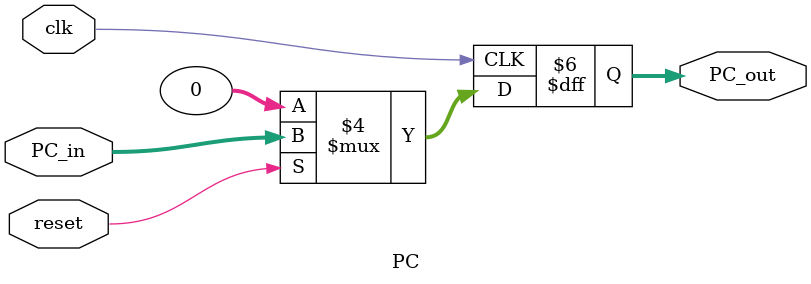
<source format=v>
module PC (clk, reset, PC_in, PC_out);

input clk, reset;
input [31:0] PC_in;

output reg[31:0] PC_out;

always@(posedge clk) begin
	if(reset == 0)
		PC_out = 32'b0;
	else
		PC_out = PC_in;
		

end 
endmodule
</source>
